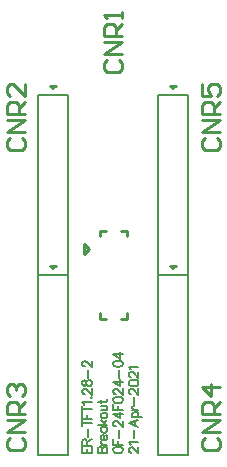
<source format=gto>
G04*
G04 #@! TF.GenerationSoftware,Altium Limited,Altium Designer,21.2.2 (38)*
G04*
G04 Layer_Color=65535*
%FSAX44Y44*%
%MOMM*%
G71*
G04*
G04 #@! TF.SameCoordinates,B3D4D19D-0097-4332-AE52-39C81B215F30*
G04*
G04*
G04 #@! TF.FilePolarity,Positive*
G04*
G01*
G75*
%ADD10C,0.2540*%
%ADD11C,0.1500*%
D10*
X00335350Y00450250D02*
X00335350Y00445250D01*
X00330350Y00450250D02*
X00335350Y00450250D01*
X00312350D02*
X00317350Y00450250D01*
X00312350Y00450250D02*
X00312350Y00445250D01*
X00312350Y00375250D02*
Y00380250D01*
Y00375250D02*
X00317350D01*
X00330350D02*
X00335350D01*
Y00380250D01*
X00298900Y00438750D02*
X00302900Y00434750D01*
X00298900Y00430750D02*
Y00438750D01*
Y00430750D02*
X00302900Y00434750D01*
X00318772Y00594365D02*
X00316232Y00591826D01*
Y00586747D01*
X00318772Y00584208D01*
X00328928D01*
X00331468Y00586747D01*
Y00591826D01*
X00328928Y00594365D01*
X00331468Y00599443D02*
X00316232D01*
X00331468Y00609600D01*
X00316232D01*
X00331468Y00614678D02*
X00316232D01*
Y00622296D01*
X00318772Y00624835D01*
X00323850D01*
X00326389Y00622296D01*
Y00614678D01*
Y00619757D02*
X00331468Y00624835D01*
Y00629913D02*
Y00634992D01*
Y00632453D01*
X00316232D01*
X00318772Y00629913D01*
X00401322Y00528326D02*
X00398783Y00525787D01*
Y00520708D01*
X00401322Y00518169D01*
X00411478D01*
X00414017Y00520708D01*
Y00525787D01*
X00411478Y00528326D01*
X00414017Y00533404D02*
X00398783D01*
X00414017Y00543561D01*
X00398783D01*
X00414017Y00548639D02*
X00398783D01*
Y00556257D01*
X00401322Y00558796D01*
X00406400D01*
X00408939Y00556257D01*
Y00548639D01*
Y00553717D02*
X00414017Y00558796D01*
X00398783Y00574031D02*
Y00563874D01*
X00406400D01*
X00403861Y00568953D01*
Y00571492D01*
X00406400Y00574031D01*
X00411478D01*
X00414017Y00571492D01*
Y00566413D01*
X00411478Y00563874D01*
X00401322Y00274326D02*
X00398783Y00271787D01*
Y00266708D01*
X00401322Y00264169D01*
X00411478D01*
X00414017Y00266708D01*
Y00271787D01*
X00411478Y00274326D01*
X00414017Y00279404D02*
X00398783D01*
X00414017Y00289561D01*
X00398783D01*
X00414017Y00294639D02*
X00398783D01*
Y00302257D01*
X00401322Y00304796D01*
X00406400D01*
X00408939Y00302257D01*
Y00294639D01*
Y00299718D02*
X00414017Y00304796D01*
Y00317492D02*
X00398783D01*
X00406400Y00309874D01*
Y00320031D01*
X00236222Y00528326D02*
X00233682Y00525787D01*
Y00520708D01*
X00236222Y00518169D01*
X00246378D01*
X00248918Y00520708D01*
Y00525787D01*
X00246378Y00528326D01*
X00248918Y00533404D02*
X00233682D01*
X00248918Y00543561D01*
X00233682D01*
X00248918Y00548639D02*
X00233682D01*
Y00556257D01*
X00236222Y00558796D01*
X00241300D01*
X00243839Y00556257D01*
Y00548639D01*
Y00553717D02*
X00248918Y00558796D01*
Y00574031D02*
Y00563874D01*
X00238761Y00574031D01*
X00236222D01*
X00233682Y00571492D01*
Y00566413D01*
X00236222Y00563874D01*
Y00274326D02*
X00233682Y00271787D01*
Y00266708D01*
X00236222Y00264169D01*
X00246378D01*
X00248918Y00266708D01*
Y00271787D01*
X00246378Y00274326D01*
X00248918Y00279404D02*
X00233682D01*
X00248918Y00289561D01*
X00233682D01*
X00248918Y00294639D02*
X00233682D01*
Y00302257D01*
X00236222Y00304796D01*
X00241300D01*
X00243839Y00302257D01*
Y00294639D01*
Y00299718D02*
X00248918Y00304796D01*
X00236222Y00309874D02*
X00233682Y00312413D01*
Y00317492D01*
X00236222Y00320031D01*
X00238761D01*
X00241300Y00317492D01*
Y00314953D01*
Y00317492D01*
X00243839Y00320031D01*
X00246378D01*
X00248918Y00317492D01*
Y00312413D01*
X00246378Y00309874D01*
D11*
X00371650Y00572850D02*
X00377650Y00572850D01*
X00371650Y00572850D02*
X00374650Y00569850D01*
X00377650Y00572850D01*
X00374650Y00572850D02*
X00377650Y00572850D01*
X00373650Y00571850D02*
X00374650Y00572850D01*
X00373650Y00571850D02*
X00375400Y00571850D01*
X00373650Y00571100D02*
X00375400D01*
X00361900Y00565300D02*
X00387400Y00565300D01*
X00387400Y00412600D02*
X00387400Y00565300D01*
X00361900Y00565300D02*
X00361900Y00412600D01*
X00387400Y00412600D01*
X00371650Y00420450D02*
X00377650Y00420450D01*
X00371650Y00420450D02*
X00374650Y00417450D01*
X00377650Y00420450D01*
X00374650D02*
X00377650D01*
X00373650Y00419450D02*
X00374650Y00420450D01*
X00373650Y00419450D02*
X00375400D01*
X00373650Y00418700D02*
X00375400Y00418700D01*
X00361900Y00412900D02*
X00387400Y00412900D01*
X00387400Y00260200D01*
X00361900Y00412900D02*
X00361900Y00260200D01*
X00387400Y00260200D01*
X00270050Y00572850D02*
X00276050D01*
X00270050D02*
X00273050Y00569850D01*
X00276050Y00572850D01*
X00273050D02*
X00276050D01*
X00272050Y00571850D02*
X00273050Y00572850D01*
X00272050Y00571850D02*
X00273800Y00571850D01*
X00272050Y00571100D02*
X00273800Y00571100D01*
X00260300Y00565300D02*
X00285800D01*
X00285800Y00412600D02*
X00285800Y00565300D01*
X00260300D02*
X00260300Y00412600D01*
X00285800Y00412600D01*
X00270050Y00420450D02*
X00276050Y00420450D01*
X00270050Y00420450D02*
X00273050Y00417450D01*
X00276050Y00420450D01*
X00273050Y00420450D02*
X00276050Y00420450D01*
X00272050Y00419450D02*
X00273050Y00420450D01*
X00272050Y00419450D02*
X00273800Y00419450D01*
X00272050Y00418700D02*
X00273800D01*
X00260300Y00412900D02*
X00285800Y00412900D01*
X00285800Y00260200D02*
X00285800Y00412900D01*
X00260300Y00412900D02*
X00260300Y00260200D01*
X00285800Y00260200D01*
X00297492Y00266801D02*
Y00261850D01*
X00305490D01*
Y00266801D01*
X00301301Y00261850D02*
Y00264897D01*
X00297492Y00268134D02*
X00305490D01*
X00297492D02*
Y00271562D01*
X00297873Y00272705D01*
X00298254Y00273086D01*
X00299015Y00273466D01*
X00299777D01*
X00300539Y00273086D01*
X00300920Y00272705D01*
X00301301Y00271562D01*
Y00268134D01*
Y00270800D02*
X00305490Y00273466D01*
X00302062Y00275257D02*
Y00282112D01*
X00297492Y00287140D02*
X00305490D01*
X00297492Y00284474D02*
Y00289806D01*
Y00290758D02*
X00305490D01*
X00297492D02*
Y00295709D01*
X00301301Y00290758D02*
Y00293805D01*
X00297492Y00299290D02*
X00305490D01*
X00297492Y00296623D02*
Y00301956D01*
X00299015Y00302908D02*
X00298635Y00303670D01*
X00297492Y00304812D01*
X00305490D01*
X00304729Y00309154D02*
X00305109Y00308773D01*
X00305490Y00309154D01*
X00305109Y00309535D01*
X00304729Y00309154D01*
X00299396Y00311668D02*
X00299015D01*
X00298254Y00312049D01*
X00297873Y00312430D01*
X00297492Y00313191D01*
Y00314715D01*
X00297873Y00315477D01*
X00298254Y00315858D01*
X00299015Y00316238D01*
X00299777D01*
X00300539Y00315858D01*
X00301681Y00315096D01*
X00305490Y00311287D01*
Y00316619D01*
X00297492Y00320314D02*
X00297873Y00319171D01*
X00298635Y00318790D01*
X00299396D01*
X00300158Y00319171D01*
X00300539Y00319933D01*
X00300920Y00321456D01*
X00301301Y00322599D01*
X00302062Y00323361D01*
X00302824Y00323741D01*
X00303967D01*
X00304729Y00323361D01*
X00305109Y00322980D01*
X00305490Y00321837D01*
Y00320314D01*
X00305109Y00319171D01*
X00304729Y00318790D01*
X00303967Y00318409D01*
X00302824D01*
X00302062Y00318790D01*
X00301301Y00319552D01*
X00300920Y00320695D01*
X00300539Y00322218D01*
X00300158Y00322980D01*
X00299396Y00323361D01*
X00298635D01*
X00297873Y00322980D01*
X00297492Y00321837D01*
Y00320314D01*
X00302062Y00325532D02*
Y00332387D01*
X00299396Y00335130D02*
X00299015D01*
X00298254Y00335510D01*
X00297873Y00335891D01*
X00297492Y00336653D01*
Y00338176D01*
X00297873Y00338938D01*
X00298254Y00339319D01*
X00299015Y00339700D01*
X00299777D01*
X00300539Y00339319D01*
X00301681Y00338557D01*
X00305490Y00334749D01*
Y00340081D01*
X00310690Y00261850D02*
X00318688D01*
X00310690D02*
Y00265278D01*
X00311071Y00266420D01*
X00311452Y00266801D01*
X00312213Y00267182D01*
X00312975D01*
X00313737Y00266801D01*
X00314118Y00266420D01*
X00314499Y00265278D01*
Y00261850D02*
Y00265278D01*
X00314879Y00266420D01*
X00315260Y00266801D01*
X00316022Y00267182D01*
X00317165D01*
X00317926Y00266801D01*
X00318307Y00266420D01*
X00318688Y00265278D01*
Y00261850D01*
X00313356Y00268972D02*
X00318688D01*
X00315641D02*
X00314499Y00269353D01*
X00313737Y00270115D01*
X00313356Y00270877D01*
Y00272019D01*
X00315641Y00272743D02*
Y00277313D01*
X00314879D01*
X00314118Y00276933D01*
X00313737Y00276552D01*
X00313356Y00275790D01*
Y00274647D01*
X00313737Y00273885D01*
X00314499Y00273124D01*
X00315641Y00272743D01*
X00316403D01*
X00317546Y00273124D01*
X00318307Y00273885D01*
X00318688Y00274647D01*
Y00275790D01*
X00318307Y00276552D01*
X00317546Y00277313D01*
X00313356Y00283598D02*
X00318688D01*
X00314499D02*
X00313737Y00282836D01*
X00313356Y00282074D01*
Y00280932D01*
X00313737Y00280170D01*
X00314499Y00279408D01*
X00315641Y00279027D01*
X00316403D01*
X00317546Y00279408D01*
X00318307Y00280170D01*
X00318688Y00280932D01*
Y00282074D01*
X00318307Y00282836D01*
X00317546Y00283598D01*
X00310690Y00285731D02*
X00318688D01*
X00313356Y00289539D02*
X00317165Y00285731D01*
X00315641Y00287254D02*
X00318688Y00289920D01*
X00313356Y00293081D02*
X00313737Y00292320D01*
X00314499Y00291558D01*
X00315641Y00291177D01*
X00316403D01*
X00317546Y00291558D01*
X00318307Y00292320D01*
X00318688Y00293081D01*
Y00294224D01*
X00318307Y00294986D01*
X00317546Y00295748D01*
X00316403Y00296128D01*
X00315641D01*
X00314499Y00295748D01*
X00313737Y00294986D01*
X00313356Y00294224D01*
Y00293081D01*
Y00297880D02*
X00317165D01*
X00318307Y00298261D01*
X00318688Y00299023D01*
Y00300166D01*
X00318307Y00300927D01*
X00317165Y00302070D01*
X00313356D02*
X00318688D01*
X00310690Y00305307D02*
X00317165D01*
X00318307Y00305688D01*
X00318688Y00306450D01*
Y00307212D01*
X00313356Y00304165D02*
Y00306831D01*
X00323888Y00264135D02*
X00324269Y00262993D01*
X00325411Y00262231D01*
X00327316Y00261850D01*
X00328458D01*
X00330363Y00262231D01*
X00331505Y00262993D01*
X00331886Y00264135D01*
Y00264897D01*
X00331505Y00266040D01*
X00330363Y00266801D01*
X00328458Y00267182D01*
X00327316D01*
X00325411Y00266801D01*
X00324269Y00266040D01*
X00323888Y00264897D01*
Y00264135D01*
Y00268972D02*
X00331886D01*
X00323888D02*
Y00273924D01*
X00327696Y00268972D02*
Y00272019D01*
X00328458Y00274838D02*
Y00281693D01*
X00325792Y00284436D02*
X00325411D01*
X00324650Y00284816D01*
X00324269Y00285197D01*
X00323888Y00285959D01*
Y00287483D01*
X00324269Y00288244D01*
X00324650Y00288625D01*
X00325411Y00289006D01*
X00326173D01*
X00326935Y00288625D01*
X00328077Y00287864D01*
X00331886Y00284055D01*
Y00289387D01*
X00323888Y00294986D02*
X00329220Y00291177D01*
Y00296890D01*
X00323888Y00294986D02*
X00331886D01*
X00323888Y00298299D02*
X00331886D01*
X00323888D02*
Y00303251D01*
X00327696Y00298299D02*
Y00301346D01*
X00323888Y00306450D02*
X00324269Y00305307D01*
X00325411Y00304546D01*
X00327316Y00304165D01*
X00328458D01*
X00330363Y00304546D01*
X00331505Y00305307D01*
X00331886Y00306450D01*
Y00307212D01*
X00331505Y00308354D01*
X00330363Y00309116D01*
X00328458Y00309497D01*
X00327316D01*
X00325411Y00309116D01*
X00324269Y00308354D01*
X00323888Y00307212D01*
Y00306450D01*
X00325792Y00311668D02*
X00325411D01*
X00324650Y00312049D01*
X00324269Y00312430D01*
X00323888Y00313191D01*
Y00314715D01*
X00324269Y00315477D01*
X00324650Y00315858D01*
X00325411Y00316238D01*
X00326173D01*
X00326935Y00315858D01*
X00328077Y00315096D01*
X00331886Y00311287D01*
Y00316619D01*
X00323888Y00322218D02*
X00329220Y00318409D01*
Y00324122D01*
X00323888Y00322218D02*
X00331886D01*
X00328458Y00325532D02*
Y00332387D01*
X00323888Y00337034D02*
X00324269Y00335891D01*
X00325411Y00335130D01*
X00327316Y00334749D01*
X00328458D01*
X00330363Y00335130D01*
X00331505Y00335891D01*
X00331886Y00337034D01*
Y00337796D01*
X00331505Y00338938D01*
X00330363Y00339700D01*
X00328458Y00340081D01*
X00327316D01*
X00325411Y00339700D01*
X00324269Y00338938D01*
X00323888Y00337796D01*
Y00337034D01*
Y00345680D02*
X00329220Y00341871D01*
Y00347584D01*
X00323888Y00345680D02*
X00331886D01*
X00338990Y00262231D02*
X00338609D01*
X00337847Y00262612D01*
X00337467Y00262993D01*
X00337086Y00263754D01*
Y00265278D01*
X00337467Y00266040D01*
X00337847Y00266420D01*
X00338609Y00266801D01*
X00339371D01*
X00340133Y00266420D01*
X00341275Y00265659D01*
X00345084Y00261850D01*
Y00267182D01*
X00338609Y00268972D02*
X00338228Y00269734D01*
X00337086Y00270877D01*
X00345084D01*
X00341656Y00274838D02*
Y00281693D01*
X00345084Y00290149D02*
X00337086Y00287102D01*
X00345084Y00284055D01*
X00342418Y00285197D02*
Y00289006D01*
X00339752Y00292015D02*
X00347750D01*
X00340894D02*
X00340133Y00292777D01*
X00339752Y00293538D01*
Y00294681D01*
X00340133Y00295443D01*
X00340894Y00296204D01*
X00342037Y00296585D01*
X00342799D01*
X00343941Y00296204D01*
X00344703Y00295443D01*
X00345084Y00294681D01*
Y00293538D01*
X00344703Y00292777D01*
X00343941Y00292015D01*
X00339752Y00298299D02*
X00345084D01*
X00342037D02*
X00340894Y00298680D01*
X00340133Y00299442D01*
X00339752Y00300204D01*
Y00301346D01*
X00341656Y00302070D02*
Y00308926D01*
X00338990Y00311668D02*
X00338609D01*
X00337847Y00312049D01*
X00337467Y00312430D01*
X00337086Y00313191D01*
Y00314715D01*
X00337467Y00315477D01*
X00337847Y00315858D01*
X00338609Y00316238D01*
X00339371D01*
X00340133Y00315858D01*
X00341275Y00315096D01*
X00345084Y00311287D01*
Y00316619D01*
X00337086Y00320695D02*
X00337467Y00319552D01*
X00338609Y00318790D01*
X00340513Y00318409D01*
X00341656D01*
X00343560Y00318790D01*
X00344703Y00319552D01*
X00345084Y00320695D01*
Y00321456D01*
X00344703Y00322599D01*
X00343560Y00323361D01*
X00341656Y00323741D01*
X00340513D01*
X00338609Y00323361D01*
X00337467Y00322599D01*
X00337086Y00321456D01*
Y00320695D01*
X00338990Y00325913D02*
X00338609D01*
X00337847Y00326293D01*
X00337467Y00326674D01*
X00337086Y00327436D01*
Y00328959D01*
X00337467Y00329721D01*
X00337847Y00330102D01*
X00338609Y00330483D01*
X00339371D01*
X00340133Y00330102D01*
X00341275Y00329340D01*
X00345084Y00325532D01*
Y00330864D01*
X00338609Y00332654D02*
X00338228Y00333416D01*
X00337086Y00334558D01*
X00345084D01*
M02*

</source>
